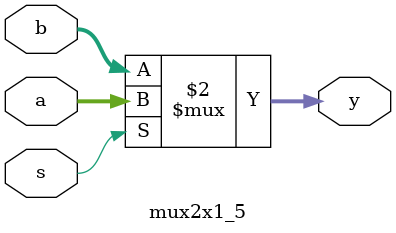
<source format=v>
`timescale 1ns / 1ps


module mux2x1_5(
	input wire [4:0] a,
	input wire [4:0] b,
	input wire s,
	output wire [4:0] y 
    );
	
	assign y = (s == 1)? a : b;
endmodule

</source>
